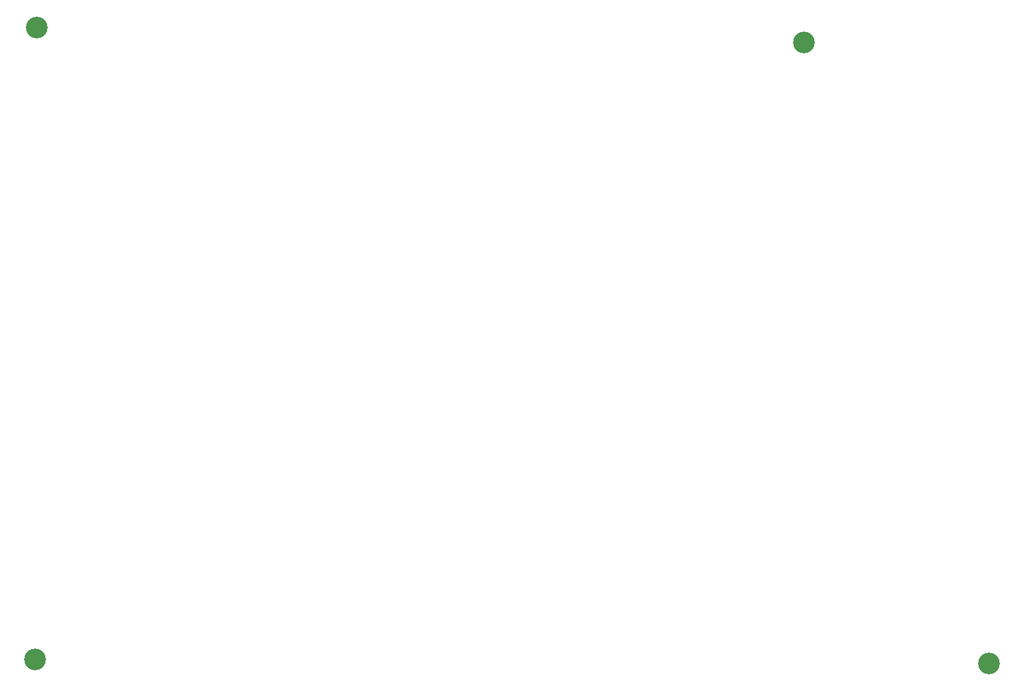
<source format=gbp>
G04 #@! TF.GenerationSoftware,KiCad,Pcbnew,9.0.1*
G04 #@! TF.CreationDate,2025-09-03T14:35:04-07:00*
G04 #@! TF.ProjectId,Project68,50726f6a-6563-4743-9638-2e6b69636164,rev?*
G04 #@! TF.SameCoordinates,Original*
G04 #@! TF.FileFunction,Paste,Bot*
G04 #@! TF.FilePolarity,Positive*
%FSLAX46Y46*%
G04 Gerber Fmt 4.6, Leading zero omitted, Abs format (unit mm)*
G04 Created by KiCad (PCBNEW 9.0.1) date 2025-09-03 14:35:04*
%MOMM*%
%LPD*%
G01*
G04 APERTURE LIST*
%ADD10C,3.200000*%
G04 APERTURE END LIST*
D10*
G04 #@! TO.C,H3*
X230500000Y-136865000D03*
G04 #@! TD*
G04 #@! TO.C,H1*
X90250000Y-43000000D03*
G04 #@! TD*
G04 #@! TO.C,H4*
X203250000Y-45250000D03*
G04 #@! TD*
G04 #@! TO.C,H2*
X90000000Y-136250000D03*
G04 #@! TD*
M02*

</source>
